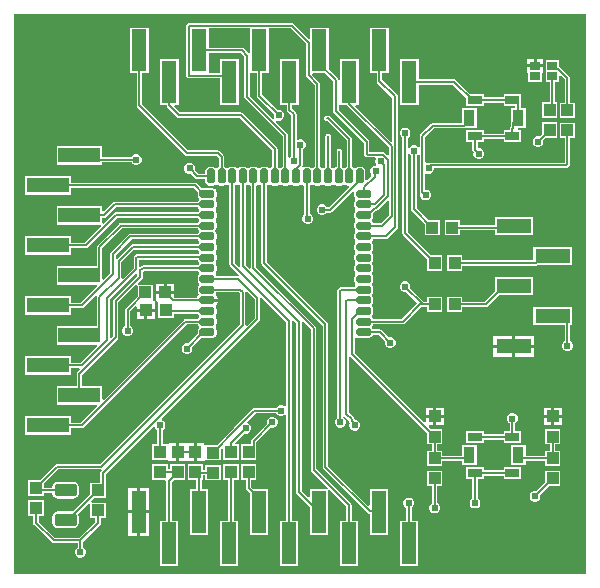
<source format=gtl>
G04*
G04 #@! TF.GenerationSoftware,Altium Limited,Altium Designer,22.9.1 (49)*
G04*
G04 Layer_Physical_Order=1*
G04 Layer_Color=255*
%FSLAX44Y44*%
%MOMM*%
G71*
G04*
G04 #@! TF.SameCoordinates,C56BC410-7C05-4C87-A6CA-29577A5DDFC1*
G04*
G04*
G04 #@! TF.FilePolarity,Positive*
G04*
G01*
G75*
%ADD13R,1.2700X3.5600*%
%ADD14R,1.2700X3.5600*%
%ADD15R,0.8500X0.6500*%
%ADD16R,2.9600X1.2700*%
%ADD17R,1.0000X1.0000*%
G04:AMPARAMS|DCode=18|XSize=1.27mm|YSize=0.61mm|CornerRadius=0.1525mm|HoleSize=0mm|Usage=FLASHONLY|Rotation=0.000|XOffset=0mm|YOffset=0mm|HoleType=Round|Shape=RoundedRectangle|*
%AMROUNDEDRECTD18*
21,1,1.2700,0.3050,0,0,0.0*
21,1,0.9650,0.6100,0,0,0.0*
1,1,0.3050,0.4825,-0.1525*
1,1,0.3050,-0.4825,-0.1525*
1,1,0.3050,-0.4825,0.1525*
1,1,0.3050,0.4825,0.1525*
%
%ADD18ROUNDEDRECTD18*%
G04:AMPARAMS|DCode=19|XSize=1.27mm|YSize=0.61mm|CornerRadius=0.1525mm|HoleSize=0mm|Usage=FLASHONLY|Rotation=90.000|XOffset=0mm|YOffset=0mm|HoleType=Round|Shape=RoundedRectangle|*
%AMROUNDEDRECTD19*
21,1,1.2700,0.3050,0,0,90.0*
21,1,0.9650,0.6100,0,0,90.0*
1,1,0.3050,0.1525,0.4825*
1,1,0.3050,0.1525,-0.4825*
1,1,0.3050,-0.1525,-0.4825*
1,1,0.3050,-0.1525,0.4825*
%
%ADD19ROUNDEDRECTD19*%
%ADD20R,1.0000X1.0000*%
G04:AMPARAMS|DCode=21|XSize=1.1mm|YSize=1.9mm|CornerRadius=0.275mm|HoleSize=0mm|Usage=FLASHONLY|Rotation=270.000|XOffset=0mm|YOffset=0mm|HoleType=Round|Shape=RoundedRectangle|*
%AMROUNDEDRECTD21*
21,1,1.1000,1.3500,0,0,270.0*
21,1,0.5500,1.9000,0,0,270.0*
1,1,0.5500,-0.6750,-0.2750*
1,1,0.5500,-0.6750,0.2750*
1,1,0.5500,0.6750,0.2750*
1,1,0.5500,0.6750,-0.2750*
%
%ADD21ROUNDEDRECTD21*%
%ADD22R,0.9500X1.4000*%
%ADD23R,1.1500X0.7500*%
%ADD24R,3.5600X1.2700*%
%ADD25R,3.5600X1.2700*%
%ADD40C,0.1524*%
%ADD41C,0.6096*%
G36*
X810856Y621643D02*
X326643D01*
Y1095856D01*
X810856D01*
Y621643D01*
D02*
G37*
%LPC*%
G36*
X774540Y1057540D02*
X769020D01*
Y1053020D01*
X774540D01*
Y1057540D01*
D02*
G37*
G36*
X766480D02*
X760960D01*
Y1053020D01*
X766480D01*
Y1057540D01*
D02*
G37*
G36*
X774540Y1050480D02*
X767750D01*
X760960D01*
Y1045960D01*
X761976D01*
Y1038476D01*
X773524D01*
Y1045960D01*
X774540D01*
Y1050480D01*
D02*
G37*
G36*
X788024Y1056524D02*
X776476D01*
Y1046976D01*
Y1038476D01*
X779919D01*
Y1021024D01*
X773476D01*
Y1007976D01*
X786524D01*
Y1021024D01*
X784581D01*
Y1038476D01*
X788024D01*
Y1043253D01*
X789197Y1043739D01*
X792635Y1040302D01*
Y1020837D01*
X788442D01*
Y1007789D01*
X801490D01*
Y1020837D01*
X797296D01*
Y1041267D01*
X797119Y1042159D01*
X796614Y1042915D01*
X788619Y1050910D01*
X788024Y1051307D01*
Y1056524D01*
D02*
G37*
G36*
X668974Y1057624D02*
X653226D01*
Y1018976D01*
X668974D01*
Y1035969D01*
X698234D01*
X709476Y1024728D01*
Y1017476D01*
X724024D01*
Y1020419D01*
X740976D01*
Y1017476D01*
X750919D01*
Y1016024D01*
X746976D01*
Y1003737D01*
X746931Y1003512D01*
Y1000264D01*
X746602Y999934D01*
X746097Y999178D01*
X745919Y998286D01*
Y997524D01*
X740976D01*
Y994581D01*
X724024D01*
Y997524D01*
X709476D01*
Y986976D01*
X714419D01*
Y980750D01*
X714596Y979858D01*
X715102Y979102D01*
X715535Y978669D01*
X715428Y978409D01*
Y976591D01*
X716124Y974910D01*
X717410Y973624D01*
X719091Y972928D01*
X720909D01*
X722590Y973624D01*
X723876Y974910D01*
X724572Y976591D01*
Y978409D01*
X723876Y980090D01*
X722590Y981376D01*
X720909Y982072D01*
X719091D01*
X719081Y982079D01*
Y986976D01*
X724024D01*
Y989919D01*
X740976D01*
Y986976D01*
X755524D01*
Y997524D01*
X753417D01*
X753276Y997609D01*
X752693Y998794D01*
X752834Y998976D01*
X759524D01*
Y1016024D01*
X755581D01*
Y1019750D01*
X755524Y1020036D01*
Y1028024D01*
X740976D01*
Y1025081D01*
X724024D01*
Y1028024D01*
X712772D01*
X700848Y1039948D01*
X700091Y1040453D01*
X699200Y1040631D01*
X668974D01*
Y1057624D01*
D02*
G37*
G36*
X786524Y1004024D02*
X773476D01*
Y994272D01*
X771220Y992017D01*
X770961Y992124D01*
X769142D01*
X767462Y991428D01*
X766176Y990142D01*
X765480Y988461D01*
Y986643D01*
X766176Y984962D01*
X767462Y983676D01*
X769142Y982980D01*
X770961D01*
X772642Y983676D01*
X773928Y984962D01*
X774624Y986643D01*
Y988461D01*
X774517Y988720D01*
X776772Y990976D01*
X786524D01*
Y1004024D01*
D02*
G37*
G36*
X718024Y1016024D02*
X705476D01*
Y1003593D01*
X681262D01*
X680370Y1003416D01*
X679614Y1002910D01*
X670552Y993848D01*
X670047Y993092D01*
X669870Y992200D01*
Y983257D01*
X668600Y982866D01*
X667590Y983876D01*
X665909Y984572D01*
X664090D01*
X662410Y983876D01*
X661124Y982590D01*
X661101Y982533D01*
X659831Y982786D01*
Y991016D01*
X660090Y991124D01*
X661376Y992410D01*
X662072Y994090D01*
Y995909D01*
X661376Y997590D01*
X660090Y998876D01*
X658409Y999572D01*
X656590D01*
X654910Y998876D01*
X653624Y997590D01*
X652928Y995909D01*
Y994090D01*
X653624Y992410D01*
X654910Y991124D01*
X655169Y991016D01*
Y910000D01*
X655347Y909108D01*
X655852Y908352D01*
X675976Y888228D01*
Y878476D01*
X689024D01*
Y891524D01*
X679272D01*
X659831Y910966D01*
Y977214D01*
X661101Y977467D01*
X661124Y977410D01*
X662410Y976124D01*
X662669Y976017D01*
Y930500D01*
X662847Y929608D01*
X663352Y928852D01*
X673976Y918228D01*
Y908476D01*
X687024D01*
Y921524D01*
X677272D01*
X667331Y931466D01*
Y976017D01*
X667590Y976124D01*
X668600Y977134D01*
X669870Y976743D01*
Y945300D01*
X670047Y944408D01*
X670537Y943674D01*
X670428Y943409D01*
Y941591D01*
X671124Y939910D01*
X672410Y938624D01*
X674091Y937928D01*
X675909D01*
X677590Y938624D01*
X678876Y939910D01*
X679572Y941591D01*
Y943409D01*
X678876Y945090D01*
X677590Y946376D01*
X675909Y947072D01*
X674531D01*
Y959955D01*
X675801Y960804D01*
X676625Y960462D01*
X678444D01*
X680124Y961158D01*
X681410Y962445D01*
X682106Y964125D01*
Y965204D01*
X794073D01*
X794965Y965381D01*
X795721Y965886D01*
X796614Y966779D01*
X797119Y967535D01*
X797296Y968427D01*
Y990789D01*
X801490D01*
Y1003837D01*
X788442D01*
Y990789D01*
X792635D01*
Y969865D01*
X678427D01*
X677535Y969688D01*
X677413Y969606D01*
X676625D01*
X675801Y969265D01*
X674531Y970114D01*
Y991235D01*
X682228Y998931D01*
X707762D01*
X707987Y998976D01*
X718024D01*
Y1016024D01*
D02*
G37*
G36*
X401024Y983974D02*
X362376D01*
Y968226D01*
X401024D01*
Y970169D01*
X426017D01*
X426124Y969910D01*
X427410Y968624D01*
X429091Y967928D01*
X430909D01*
X432590Y968624D01*
X433876Y969910D01*
X434572Y971591D01*
Y973409D01*
X433876Y975090D01*
X432590Y976376D01*
X430909Y977072D01*
X429091D01*
X427410Y976376D01*
X426124Y975090D01*
X426017Y974831D01*
X401024D01*
Y983974D01*
D02*
G37*
G36*
X561594Y1088181D02*
X474726D01*
X473834Y1088003D01*
X473078Y1087498D01*
X472824Y1087244D01*
X472319Y1086488D01*
X472141Y1085596D01*
Y1043940D01*
X472319Y1043048D01*
X472824Y1042292D01*
X473078Y1042038D01*
X473834Y1041533D01*
X474726Y1041355D01*
X500826D01*
Y1018976D01*
X516574D01*
Y1057624D01*
X500826D01*
Y1046017D01*
X491174D01*
Y1062691D01*
X518211D01*
X521417Y1059484D01*
Y1025652D01*
X521595Y1024760D01*
X522100Y1024004D01*
X553869Y992234D01*
Y966073D01*
X553485Y965997D01*
X552477Y965323D01*
X552464Y965303D01*
X550936D01*
X550923Y965323D01*
X549915Y965997D01*
X549531Y966073D01*
Y981202D01*
X549353Y982094D01*
X548848Y982850D01*
X519892Y1011806D01*
X519136Y1012311D01*
X518244Y1012489D01*
X467186D01*
X461871Y1017803D01*
X462357Y1018976D01*
X465774D01*
Y1057624D01*
X450026D01*
Y1018976D01*
X455569D01*
Y1018478D01*
X455747Y1017586D01*
X456252Y1016830D01*
X464572Y1008510D01*
X465328Y1008005D01*
X466220Y1007827D01*
X517278D01*
X544869Y980237D01*
Y966073D01*
X544485Y965997D01*
X543477Y965323D01*
X543464Y965304D01*
X541936D01*
X541923Y965323D01*
X540915Y965997D01*
X539725Y966234D01*
X536675D01*
X535485Y965997D01*
X534477Y965323D01*
X534414Y965228D01*
X532886D01*
X532823Y965323D01*
X531814Y965997D01*
X530625Y966234D01*
X527575D01*
X526385Y965997D01*
X525377Y965323D01*
X525364Y965304D01*
X523836D01*
X523823Y965323D01*
X522815Y965997D01*
X521625Y966234D01*
X518575D01*
X517385Y965997D01*
X516377Y965323D01*
X516364Y965303D01*
X514836D01*
X514823Y965323D01*
X513815Y965997D01*
X512625Y966234D01*
X509575D01*
X508385Y965997D01*
X507377Y965323D01*
X507364Y965304D01*
X505836D01*
X505823Y965323D01*
X504815Y965997D01*
X504431Y966073D01*
Y974725D01*
X504253Y975617D01*
X503748Y976373D01*
X500573Y979548D01*
X499817Y980053D01*
X498925Y980231D01*
X474105D01*
X434831Y1019505D01*
Y1045676D01*
X440374D01*
Y1084324D01*
X424626D01*
Y1045676D01*
X430169D01*
Y1018540D01*
X430347Y1017648D01*
X430852Y1016892D01*
X471492Y976252D01*
X472248Y975747D01*
X473140Y975569D01*
X497960D01*
X499769Y973760D01*
Y966073D01*
X499385Y965997D01*
X498377Y965323D01*
X498364Y965303D01*
X496836D01*
X496823Y965323D01*
X495815Y965997D01*
X494625Y966234D01*
X491575D01*
X490385Y965997D01*
X489377Y965323D01*
X488703Y964314D01*
X488466Y963125D01*
Y960631D01*
X482666D01*
X479465Y963831D01*
X479572Y964091D01*
Y965909D01*
X478876Y967590D01*
X477590Y968876D01*
X475909Y969572D01*
X474091D01*
X472410Y968876D01*
X471124Y967590D01*
X470428Y965909D01*
Y964091D01*
X471124Y962410D01*
X472410Y961124D01*
X474091Y960428D01*
X475909D01*
X476169Y960535D01*
X480052Y956652D01*
X480808Y956146D01*
X481700Y955969D01*
X488466D01*
Y953475D01*
X488703Y952285D01*
X489377Y951277D01*
X490385Y950603D01*
X491575Y950366D01*
X494625D01*
X495815Y950603D01*
X496823Y951277D01*
X496836Y951296D01*
X498364D01*
X498377Y951277D01*
X499385Y950603D01*
X500575Y950366D01*
X503625D01*
X504815Y950603D01*
X505823Y951277D01*
X505836Y951296D01*
X507364D01*
X507377Y951277D01*
X508385Y950603D01*
X508769Y950526D01*
Y884122D01*
X508946Y883230D01*
X509452Y882474D01*
X516999Y874927D01*
X516373Y873756D01*
X516000Y873831D01*
X497774D01*
X497697Y874215D01*
X497023Y875223D01*
X497004Y875236D01*
Y876764D01*
X497023Y876777D01*
X497697Y877785D01*
X497934Y878975D01*
Y882025D01*
X497697Y883215D01*
X497023Y884223D01*
X497004Y884236D01*
Y885764D01*
X497023Y885777D01*
X497697Y886785D01*
X497934Y887975D01*
Y891025D01*
X497697Y892215D01*
X497023Y893223D01*
X497004Y893236D01*
Y894764D01*
X497023Y894777D01*
X497697Y895786D01*
X497934Y896975D01*
Y900025D01*
X497697Y901215D01*
X497023Y902223D01*
X497004Y902236D01*
Y903764D01*
X497023Y903777D01*
X497697Y904785D01*
X497934Y905975D01*
Y909025D01*
X497697Y910214D01*
X497023Y911223D01*
X496929Y911286D01*
Y912814D01*
X497023Y912877D01*
X497697Y913885D01*
X497934Y915075D01*
Y918125D01*
X497697Y919315D01*
X497023Y920323D01*
X497004Y920336D01*
Y921864D01*
X497023Y921877D01*
X497697Y922885D01*
X497934Y924075D01*
Y927125D01*
X497697Y928315D01*
X497023Y929323D01*
X497004Y929336D01*
Y930864D01*
X497023Y930877D01*
X497697Y931886D01*
X497934Y933075D01*
Y936125D01*
X497697Y937315D01*
X497023Y938323D01*
X497004Y938336D01*
Y939864D01*
X497023Y939877D01*
X497697Y940885D01*
X497934Y942075D01*
Y945125D01*
X497697Y946314D01*
X497023Y947323D01*
X496015Y947997D01*
X494825Y948234D01*
X485363D01*
X481248Y952348D01*
X480492Y952853D01*
X479600Y953031D01*
X374324D01*
Y958574D01*
X335676D01*
Y942826D01*
X374324D01*
Y948369D01*
X478634D01*
X482066Y944937D01*
Y942075D01*
X482303Y940885D01*
X482977Y939877D01*
X482996Y939864D01*
Y938336D01*
X482977Y938323D01*
X482303Y937315D01*
X482227Y936931D01*
X412100D01*
X411208Y936753D01*
X410452Y936248D01*
X402294Y928090D01*
X401024Y928616D01*
Y933174D01*
X362376D01*
Y917426D01*
X399834D01*
X400360Y916156D01*
X386435Y902231D01*
X374324D01*
Y907774D01*
X335676D01*
Y892026D01*
X374324D01*
Y897569D01*
X387400D01*
X388292Y897747D01*
X389048Y898252D01*
X414065Y923269D01*
X482227D01*
X482303Y922885D01*
X482977Y921877D01*
X482996Y921864D01*
Y920336D01*
X482977Y920323D01*
X482303Y919315D01*
X482227Y918931D01*
X416600D01*
X415708Y918754D01*
X414952Y918248D01*
X397090Y900386D01*
X396585Y899630D01*
X396407Y898738D01*
Y882374D01*
X362376D01*
Y866626D01*
X396254D01*
X396740Y865453D01*
X382717Y851431D01*
X374324D01*
Y856974D01*
X335676D01*
Y841226D01*
X374324D01*
Y846769D01*
X383683D01*
X384575Y846947D01*
X385331Y847452D01*
X395482Y857603D01*
X395601Y857552D01*
X396530Y856855D01*
X396407Y856238D01*
Y831574D01*
X362376D01*
Y815826D01*
X396253D01*
X396739Y814653D01*
X382717Y800631D01*
X374324D01*
Y806174D01*
X335676D01*
Y790426D01*
X374324D01*
Y795969D01*
X381370D01*
X381856Y794796D01*
X380052Y792992D01*
X379547Y792236D01*
X379369Y791344D01*
Y780774D01*
X362376D01*
Y765026D01*
X396253D01*
X396739Y763853D01*
X382717Y749831D01*
X374324D01*
Y755374D01*
X335676D01*
Y739626D01*
X374324D01*
Y745169D01*
X383683D01*
X384575Y745347D01*
X385331Y745852D01*
X472548Y833069D01*
X482227D01*
X482303Y832685D01*
X482977Y831677D01*
X482996Y831664D01*
Y830136D01*
X482977Y830123D01*
X482303Y829115D01*
X482066Y827925D01*
Y825063D01*
X473968Y816965D01*
X473709Y817072D01*
X471890D01*
X470210Y816376D01*
X468924Y815090D01*
X468228Y813409D01*
Y811591D01*
X468924Y809910D01*
X470210Y808624D01*
X471890Y807928D01*
X473709D01*
X475390Y808624D01*
X476676Y809910D01*
X477372Y811591D01*
Y813409D01*
X477265Y813669D01*
X485363Y821767D01*
X494825D01*
X496015Y822003D01*
X497023Y822677D01*
X497697Y823686D01*
X497934Y824875D01*
Y827925D01*
X497697Y829115D01*
X497023Y830123D01*
X497004Y830136D01*
Y831664D01*
X497023Y831677D01*
X497697Y832685D01*
X497934Y833875D01*
Y836925D01*
X497697Y838115D01*
X497023Y839123D01*
X497004Y839136D01*
Y840664D01*
X497023Y840677D01*
X497697Y841685D01*
X497934Y842875D01*
Y845925D01*
X497697Y847115D01*
X497023Y848123D01*
X497707Y848911D01*
X497754Y848943D01*
X497756Y848944D01*
X498654Y850289D01*
X498970Y851875D01*
Y852130D01*
X490000D01*
Y854670D01*
X498970D01*
Y854925D01*
X498654Y856511D01*
X497756Y857856D01*
X497756Y857856D01*
X497729Y857882D01*
X497023Y858777D01*
X497697Y859786D01*
X497774Y860169D01*
X516534D01*
X517669Y859035D01*
Y833465D01*
X399035Y714831D01*
X363000D01*
X362108Y714653D01*
X361352Y714148D01*
X348228Y701024D01*
X338476D01*
Y687976D01*
X351524D01*
Y690169D01*
X358892D01*
Y689750D01*
X359224Y688082D01*
X360168Y686669D01*
X361582Y685724D01*
X363250Y685392D01*
X376750D01*
X378417Y685724D01*
X379831Y686669D01*
X380776Y688082D01*
X381107Y689750D01*
Y695250D01*
X380776Y696918D01*
X379831Y698331D01*
X378417Y699276D01*
X376750Y699608D01*
X363250D01*
X361582Y699276D01*
X360168Y698331D01*
X359224Y696918D01*
X358892Y695250D01*
Y694831D01*
X351524D01*
Y697728D01*
X363965Y710169D01*
X400000D01*
X400042Y710178D01*
X400668Y709007D01*
X400090Y708429D01*
X399585Y707673D01*
X399407Y706781D01*
Y699024D01*
X390976D01*
Y689272D01*
X376311Y674607D01*
X363250D01*
X361582Y674276D01*
X360168Y673331D01*
X359224Y671917D01*
X358892Y670250D01*
Y664750D01*
X359224Y663082D01*
X360168Y661668D01*
X361582Y660724D01*
X363250Y660392D01*
X376750D01*
X378417Y660724D01*
X379831Y661668D01*
X380776Y663082D01*
X381107Y664750D01*
Y670250D01*
X380776Y671917D01*
X380550Y672254D01*
X389706Y681410D01*
X390976Y680884D01*
Y668976D01*
X395169D01*
Y665965D01*
X381535Y652331D01*
X360965D01*
X347331Y665965D01*
Y670976D01*
X351524D01*
Y684024D01*
X338476D01*
Y670976D01*
X342669D01*
Y665000D01*
X342847Y664108D01*
X343352Y663352D01*
X358352Y648352D01*
X359108Y647847D01*
X360000Y647669D01*
X380169D01*
Y643983D01*
X379910Y643876D01*
X378624Y642590D01*
X377928Y640909D01*
Y639091D01*
X378624Y637410D01*
X379910Y636124D01*
X381591Y635428D01*
X383409D01*
X385090Y636124D01*
X386376Y637410D01*
X387072Y639091D01*
Y640909D01*
X386376Y642590D01*
X385090Y643876D01*
X384831Y643983D01*
Y649035D01*
X399148Y663352D01*
X399653Y664108D01*
X399831Y665000D01*
Y668976D01*
X404024D01*
Y682024D01*
X392116D01*
X391590Y683294D01*
X394272Y685976D01*
X404024D01*
Y696513D01*
X404069Y696738D01*
Y705815D01*
X444285Y746032D01*
X445783Y745734D01*
X446124Y744910D01*
X447410Y743624D01*
X447669Y743516D01*
Y731524D01*
X443476D01*
Y718476D01*
X456190D01*
X456524Y718476D01*
X457460Y717669D01*
Y717460D01*
X463730D01*
Y725000D01*
Y732540D01*
X457460D01*
Y732331D01*
X456524Y731524D01*
X456190Y731524D01*
X452331D01*
Y743516D01*
X452590Y743624D01*
X453876Y744910D01*
X454572Y746590D01*
Y748409D01*
X453876Y750089D01*
X452590Y751376D01*
X451766Y751717D01*
X451468Y753215D01*
X534105Y835852D01*
X534610Y836608D01*
X534788Y837500D01*
Y855043D01*
X534714Y855416D01*
X535884Y856042D01*
X556769Y835156D01*
Y763992D01*
X555499Y763466D01*
X555090Y763876D01*
X553409Y764572D01*
X551590D01*
X549910Y763876D01*
X548624Y762590D01*
X548517Y762331D01*
X529957D01*
X529065Y762153D01*
X528309Y761648D01*
X512949Y746289D01*
X512444Y745533D01*
X512371Y745168D01*
X498228Y731024D01*
X488810D01*
X488476Y731024D01*
X487540Y731831D01*
Y732540D01*
X481270D01*
Y725000D01*
Y717460D01*
X487420D01*
X487540Y717460D01*
X488596Y717976D01*
X488810Y717976D01*
X501524D01*
Y727626D01*
X502305Y728259D01*
X503476Y727750D01*
Y718476D01*
X516524D01*
Y731524D01*
X514116D01*
X513590Y732794D01*
X521331Y740535D01*
X521590Y740428D01*
X523409D01*
X525090Y741124D01*
X526376Y742410D01*
X527072Y744090D01*
Y745909D01*
X526376Y747590D01*
X525090Y748876D01*
X524266Y749217D01*
X523968Y750715D01*
X530922Y757669D01*
X548517D01*
X548624Y757410D01*
X549910Y756124D01*
X551590Y755428D01*
X553409D01*
X555090Y756124D01*
X555499Y756534D01*
X556769Y756008D01*
Y666824D01*
X551226D01*
Y628176D01*
X566974D01*
Y666824D01*
X561431D01*
Y835977D01*
X561771Y836247D01*
X562637Y836566D01*
X565169Y834035D01*
Y691200D01*
X565347Y690308D01*
X565852Y689552D01*
X576626Y678778D01*
Y654876D01*
X592374D01*
Y692533D01*
X593644Y693059D01*
X607569Y679134D01*
Y666824D01*
X602026D01*
Y628176D01*
X617774D01*
Y666824D01*
X612231D01*
Y680100D01*
X612054Y680992D01*
X611548Y681748D01*
X582331Y710965D01*
Y830000D01*
X582153Y830892D01*
X581648Y831648D01*
X531431Y881866D01*
Y950526D01*
X531814Y950603D01*
X532823Y951277D01*
X532886Y951371D01*
X534414D01*
X534477Y951277D01*
X535485Y950603D01*
X535869Y950526D01*
Y884708D01*
X536047Y883816D01*
X536552Y883060D01*
X587669Y831943D01*
Y712500D01*
X587846Y711608D01*
X588352Y710852D01*
X625909Y673295D01*
X626665Y672790D01*
X627426Y672638D01*
Y654876D01*
X643174D01*
Y693524D01*
X627426D01*
Y680029D01*
X626253Y679543D01*
X592331Y713465D01*
Y832908D01*
X592153Y833800D01*
X591648Y834556D01*
X540531Y885673D01*
Y950526D01*
X540915Y950603D01*
X541923Y951277D01*
X541936Y951296D01*
X543464D01*
X543477Y951277D01*
X544485Y950603D01*
X545675Y950366D01*
X548725D01*
X549915Y950603D01*
X550923Y951277D01*
X550936Y951296D01*
X552464D01*
X552477Y951277D01*
X553485Y950603D01*
X554675Y950366D01*
X557725D01*
X558915Y950603D01*
X559923Y951277D01*
X559936Y951296D01*
X561464D01*
X561477Y951277D01*
X562485Y950603D01*
X563675Y950366D01*
X566725D01*
X567914Y950603D01*
X568923Y951277D01*
X568936Y951296D01*
X570464D01*
X570477Y951277D01*
X571485Y950603D01*
X572269Y950447D01*
Y926235D01*
X571124Y925090D01*
X570428Y923410D01*
Y921591D01*
X571124Y919910D01*
X572410Y918624D01*
X574091Y917928D01*
X575910D01*
X577590Y918624D01*
X578876Y919910D01*
X579572Y921591D01*
Y923410D01*
X578876Y925090D01*
X577590Y926376D01*
X576931Y926649D01*
Y950613D01*
X577923Y951277D01*
X577936Y951296D01*
X579464D01*
X579477Y951277D01*
X580486Y950603D01*
X581675Y950366D01*
X584725D01*
X585915Y950603D01*
X586923Y951277D01*
X586987Y951371D01*
X588514D01*
X588577Y951277D01*
X589585Y950603D01*
X590775Y950366D01*
X593825D01*
X595015Y950603D01*
X596023Y951277D01*
X596036Y951296D01*
X597564D01*
X597577Y951277D01*
X598585Y950603D01*
X599775Y950366D01*
X602825D01*
X604014Y950603D01*
X605023Y951277D01*
X605036Y951296D01*
X606564D01*
X606577Y951277D01*
X607585Y950603D01*
X608775Y950366D01*
X609711D01*
X610197Y949193D01*
X593335Y932331D01*
X591483D01*
X591376Y932590D01*
X590090Y933876D01*
X588409Y934572D01*
X586590D01*
X584910Y933876D01*
X583624Y932590D01*
X582928Y930910D01*
Y929091D01*
X583624Y927410D01*
X584910Y926124D01*
X586590Y925428D01*
X588409D01*
X590090Y926124D01*
X591376Y927410D01*
X591483Y927669D01*
X594301D01*
X595192Y927847D01*
X595949Y928352D01*
X613283Y945687D01*
X614352Y945179D01*
X614466Y945074D01*
Y942075D01*
X614703Y940885D01*
X615377Y939877D01*
X615396Y939864D01*
Y938336D01*
X615377Y938323D01*
X614703Y937315D01*
X614466Y936125D01*
Y933075D01*
X614703Y931886D01*
X615377Y930877D01*
X615397Y930864D01*
Y929336D01*
X615377Y929323D01*
X614703Y928315D01*
X614466Y927125D01*
Y924075D01*
X614703Y922885D01*
X615377Y921877D01*
X615396Y921864D01*
Y920336D01*
X615377Y920323D01*
X614703Y919315D01*
X614466Y918125D01*
Y915075D01*
X614703Y913885D01*
X615377Y912877D01*
X615471Y912814D01*
Y911286D01*
X615377Y911223D01*
X614703Y910214D01*
X614466Y909025D01*
Y905975D01*
X614703Y904785D01*
X615377Y903777D01*
X615396Y903764D01*
Y902236D01*
X615377Y902223D01*
X614703Y901215D01*
X614466Y900025D01*
Y896975D01*
X614703Y895786D01*
X615377Y894777D01*
X615397Y894764D01*
Y893236D01*
X615377Y893223D01*
X614703Y892215D01*
X614466Y891025D01*
Y887975D01*
X614703Y886785D01*
X615377Y885777D01*
X615396Y885764D01*
Y884236D01*
X615377Y884223D01*
X614703Y883215D01*
X614466Y882025D01*
Y878975D01*
X614703Y877785D01*
X615377Y876777D01*
X615397Y876764D01*
Y875236D01*
X615377Y875223D01*
X614703Y874215D01*
X614466Y873025D01*
Y869975D01*
X614703Y868785D01*
X615377Y867777D01*
X615396Y867764D01*
Y866236D01*
X615377Y866223D01*
X614703Y865215D01*
X614627Y864831D01*
X603393D01*
X603392Y864831D01*
X603392Y864831D01*
X602948Y864743D01*
X602501Y864653D01*
X602500Y864653D01*
X602500Y864653D01*
X602120Y864399D01*
X601745Y864148D01*
X601744Y864148D01*
X601744Y864148D01*
X600852Y863255D01*
X600581Y862849D01*
X600347Y862499D01*
X600347Y862499D01*
X600347Y862498D01*
X600257Y862050D01*
X600169Y861607D01*
Y753983D01*
X599910Y753876D01*
X598624Y752590D01*
X597928Y750909D01*
Y749091D01*
X598624Y747410D01*
X599910Y746124D01*
X601591Y745428D01*
X603410D01*
X605090Y746124D01*
X606376Y747410D01*
X607072Y749091D01*
Y750909D01*
X606376Y752590D01*
X605090Y753876D01*
X604931Y753942D01*
X604878Y755157D01*
X605123Y755331D01*
X606101Y755603D01*
X610169Y751535D01*
Y751237D01*
X610347Y750345D01*
X610852Y749589D01*
X610898Y749543D01*
X610428Y748409D01*
Y746591D01*
X611124Y744910D01*
X612410Y743624D01*
X614090Y742928D01*
X615909D01*
X617590Y743624D01*
X618876Y744910D01*
X619572Y746591D01*
Y748409D01*
X618876Y750090D01*
X617590Y751376D01*
X615909Y752072D01*
X614961D01*
X614831Y752202D01*
Y752500D01*
X614654Y753392D01*
X614148Y754148D01*
X609831Y758466D01*
Y805623D01*
X610124Y805833D01*
X611101Y806103D01*
X675976Y741228D01*
Y731476D01*
X680169D01*
Y726024D01*
X675976D01*
Y712976D01*
X689024D01*
Y717169D01*
X705476D01*
Y713976D01*
X718024D01*
Y731024D01*
X705476D01*
Y721831D01*
X689024D01*
Y726024D01*
X684831D01*
Y731476D01*
X689024D01*
Y744524D01*
X679272D01*
X677510Y746286D01*
X677996Y747460D01*
X681230D01*
Y753730D01*
X674960D01*
Y750496D01*
X673787Y750010D01*
X614831Y808966D01*
Y821514D01*
X616101Y822193D01*
X616385Y822003D01*
X617575Y821767D01*
X627225D01*
X628415Y822003D01*
X629423Y822677D01*
X630097Y823686D01*
X630173Y824069D01*
X635134D01*
X640535Y818669D01*
X640428Y818409D01*
Y816591D01*
X641124Y814910D01*
X642410Y813624D01*
X644091Y812928D01*
X645909D01*
X647590Y813624D01*
X648876Y814910D01*
X649572Y816591D01*
Y818409D01*
X648876Y820090D01*
X647590Y821376D01*
X645909Y822072D01*
X644091D01*
X643831Y821965D01*
X637748Y828048D01*
X636992Y828553D01*
X636100Y828731D01*
X630173D01*
X630097Y829115D01*
X629423Y830123D01*
X629404Y830136D01*
Y831664D01*
X629423Y831677D01*
X630097Y832685D01*
X630173Y833069D01*
X655400D01*
X656292Y833247D01*
X657048Y833752D01*
X670965Y847669D01*
X675976D01*
Y843476D01*
X689024D01*
Y856524D01*
X675976D01*
Y852331D01*
X673466D01*
X661965Y863831D01*
X662072Y864091D01*
Y865909D01*
X661376Y867590D01*
X660090Y868876D01*
X658409Y869572D01*
X656591D01*
X654910Y868876D01*
X653624Y867590D01*
X652928Y865909D01*
Y864091D01*
X653624Y862410D01*
X654910Y861124D01*
X656591Y860428D01*
X658409D01*
X658669Y860535D01*
X667954Y851250D01*
X654434Y837731D01*
X630173D01*
X630097Y838115D01*
X629423Y839123D01*
X629403Y839136D01*
Y840664D01*
X629423Y840677D01*
X630097Y841685D01*
X630334Y842875D01*
Y845925D01*
X630097Y847115D01*
X629423Y848123D01*
X629404Y848136D01*
Y849664D01*
X629423Y849677D01*
X630097Y850685D01*
X630334Y851875D01*
Y854925D01*
X630097Y856115D01*
X629423Y857123D01*
X629329Y857186D01*
Y858714D01*
X629423Y858777D01*
X630097Y859786D01*
X630334Y860975D01*
Y864025D01*
X630097Y865215D01*
X629423Y866223D01*
X629404Y866236D01*
Y867764D01*
X629423Y867777D01*
X630097Y868785D01*
X630334Y869975D01*
Y873025D01*
X630097Y874215D01*
X629423Y875223D01*
X629403Y875236D01*
Y876764D01*
X629423Y876777D01*
X630097Y877785D01*
X630334Y878975D01*
Y882025D01*
X630097Y883215D01*
X629423Y884223D01*
X629404Y884236D01*
Y885764D01*
X629423Y885777D01*
X630097Y886785D01*
X630334Y887975D01*
Y891025D01*
X630097Y892215D01*
X629423Y893223D01*
X629403Y893236D01*
Y894764D01*
X629423Y894777D01*
X630097Y895786D01*
X630334Y896975D01*
Y900025D01*
X630097Y901215D01*
X629423Y902223D01*
X629404Y902236D01*
Y903764D01*
X629423Y903777D01*
X630097Y904785D01*
X630173Y905169D01*
X641562D01*
X642454Y905347D01*
X643210Y905852D01*
X650792Y913434D01*
X651298Y914190D01*
X651475Y915082D01*
Y1025924D01*
X651298Y1026816D01*
X650792Y1027572D01*
X638031Y1040333D01*
Y1045676D01*
X643574D01*
Y1084324D01*
X627826D01*
Y1045676D01*
X633369D01*
Y1039368D01*
X633547Y1038476D01*
X634052Y1037720D01*
X646814Y1024959D01*
Y988061D01*
X645640Y987575D01*
X615411Y1017803D01*
X615897Y1018976D01*
X618174D01*
Y1057624D01*
X602426D01*
Y1040222D01*
X601156Y1040097D01*
X601085Y1040452D01*
X600580Y1041208D01*
X592774Y1049014D01*
Y1084324D01*
X577026D01*
Y1075374D01*
X575853Y1074887D01*
X563242Y1087498D01*
X562486Y1088003D01*
X561594Y1088181D01*
D02*
G37*
G36*
X766024Y924074D02*
X733376D01*
Y917331D01*
X704024D01*
Y921524D01*
X690976D01*
Y908476D01*
X704024D01*
Y912669D01*
X733376D01*
Y908326D01*
X766024D01*
Y924074D01*
D02*
G37*
G36*
X798824Y898674D02*
X766176D01*
Y887331D01*
X706024D01*
Y891524D01*
X692976D01*
Y878476D01*
X706024D01*
Y882669D01*
X768250D01*
X769142Y882847D01*
X769260Y882926D01*
X798824D01*
Y898674D01*
D02*
G37*
G36*
X766024Y873274D02*
X733376D01*
Y860822D01*
X724884Y852331D01*
X706024D01*
Y856524D01*
X692976D01*
Y843476D01*
X706024D01*
Y847669D01*
X725850D01*
X726742Y847847D01*
X727498Y848352D01*
X736672Y857526D01*
X766024D01*
Y873274D01*
D02*
G37*
G36*
X767040Y823490D02*
X750970D01*
Y815870D01*
X767040D01*
Y823490D01*
D02*
G37*
G36*
X748430D02*
X732360D01*
Y815870D01*
X748430D01*
Y823490D01*
D02*
G37*
G36*
X798824Y847874D02*
X766176D01*
Y832126D01*
X792669D01*
Y818983D01*
X792410Y818876D01*
X791124Y817590D01*
X790428Y815909D01*
Y814091D01*
X791124Y812410D01*
X792410Y811124D01*
X794091Y810428D01*
X795909D01*
X797590Y811124D01*
X798876Y812410D01*
X799572Y814091D01*
Y815909D01*
X798876Y817590D01*
X797590Y818876D01*
X797331Y818983D01*
Y832126D01*
X798824D01*
Y847874D01*
D02*
G37*
G36*
X767040Y813330D02*
X750970D01*
Y805710D01*
X767040D01*
Y813330D01*
D02*
G37*
G36*
X748430D02*
X732360D01*
Y805710D01*
X748430D01*
Y813330D01*
D02*
G37*
G36*
X790040Y762540D02*
X783770D01*
Y756270D01*
X790040D01*
Y762540D01*
D02*
G37*
G36*
X690040D02*
X683770D01*
Y756270D01*
X690040D01*
Y762540D01*
D02*
G37*
G36*
X781230D02*
X774960D01*
Y756270D01*
X781230D01*
Y762540D01*
D02*
G37*
G36*
X681230D02*
X674960D01*
Y756270D01*
X681230D01*
Y762540D01*
D02*
G37*
G36*
X790040Y753730D02*
X783770D01*
Y747460D01*
X790040D01*
Y753730D01*
D02*
G37*
G36*
X781230D02*
X774960D01*
Y747460D01*
X781230D01*
Y753730D01*
D02*
G37*
G36*
X690040D02*
X683770D01*
Y747460D01*
X690040D01*
Y753730D01*
D02*
G37*
G36*
X545910Y754572D02*
X544091D01*
X542410Y753876D01*
X541124Y752590D01*
X540428Y750909D01*
Y749091D01*
X540536Y748831D01*
X527590Y735886D01*
X527085Y735130D01*
X526908Y734238D01*
Y731524D01*
X518476D01*
Y718476D01*
X531524D01*
Y729012D01*
X531569Y729238D01*
Y733273D01*
X543832Y745535D01*
X544091Y745428D01*
X545910D01*
X547590Y746124D01*
X548876Y747410D01*
X549572Y749091D01*
Y750909D01*
X548876Y752590D01*
X547590Y753876D01*
X545910Y754572D01*
D02*
G37*
G36*
X749159Y757822D02*
X747340D01*
X745660Y757126D01*
X744374Y755840D01*
X743678Y754159D01*
Y752340D01*
X744374Y750660D01*
X745660Y749374D01*
X745919Y749267D01*
Y743024D01*
X740976D01*
Y740081D01*
X724024D01*
Y743024D01*
X709476D01*
Y732476D01*
X724024D01*
Y735419D01*
X740976D01*
Y732476D01*
X755524D01*
Y743024D01*
X750581D01*
Y749267D01*
X750840Y749374D01*
X752126Y750660D01*
X752822Y752340D01*
Y754159D01*
X752126Y755840D01*
X750840Y757126D01*
X749159Y757822D01*
D02*
G37*
G36*
X789024Y744524D02*
X775976D01*
Y731476D01*
X780169D01*
Y726024D01*
X775976D01*
Y721831D01*
X759524D01*
Y731024D01*
X746976D01*
Y713976D01*
X759524D01*
Y717169D01*
X775976D01*
Y712976D01*
X789024D01*
Y726024D01*
X784831D01*
Y731476D01*
X789024D01*
Y744524D01*
D02*
G37*
G36*
X478730Y732540D02*
X466270D01*
Y725000D01*
Y717460D01*
X478730D01*
Y725000D01*
Y732540D01*
D02*
G37*
G36*
X471524Y714524D02*
X458476D01*
Y710229D01*
X456524D01*
Y714524D01*
X443476D01*
Y701476D01*
X454069D01*
X455169Y700500D01*
Y666824D01*
X449626D01*
Y628176D01*
X465374D01*
Y666824D01*
X459831D01*
Y699535D01*
X461772Y701476D01*
X471524D01*
Y714524D01*
D02*
G37*
G36*
X755524Y712524D02*
X740976D01*
Y709581D01*
X724024D01*
Y712524D01*
X709476D01*
Y701976D01*
X714419D01*
Y685733D01*
X714160Y685626D01*
X712874Y684340D01*
X712178Y682659D01*
Y680841D01*
X712874Y679160D01*
X714160Y677874D01*
X715841Y677178D01*
X717659D01*
X719340Y677874D01*
X720626Y679160D01*
X721322Y680841D01*
Y682659D01*
X720626Y684340D01*
X719340Y685626D01*
X719081Y685733D01*
Y701976D01*
X724024D01*
Y704919D01*
X740976D01*
Y701976D01*
X755524D01*
Y712524D01*
D02*
G37*
G36*
X486524Y714524D02*
X473476D01*
Y701476D01*
X480569D01*
Y693524D01*
X475026D01*
Y654876D01*
X490774D01*
Y693524D01*
X485231D01*
Y701476D01*
X486524D01*
Y705170D01*
X488476D01*
Y700976D01*
X501524D01*
Y714024D01*
X488476D01*
Y709831D01*
X486524D01*
Y714524D01*
D02*
G37*
G36*
X789024Y709024D02*
X775976D01*
Y699272D01*
X768669Y691965D01*
X768409Y692072D01*
X766591D01*
X764910Y691376D01*
X763624Y690090D01*
X762928Y688410D01*
Y686591D01*
X763624Y684910D01*
X764910Y683624D01*
X766591Y682928D01*
X768409D01*
X770090Y683624D01*
X771376Y684910D01*
X772072Y686591D01*
Y688410D01*
X771965Y688669D01*
X779272Y695976D01*
X789024D01*
Y709024D01*
D02*
G37*
G36*
X440990Y694540D02*
X433370D01*
Y675470D01*
X440990D01*
Y694540D01*
D02*
G37*
G36*
X430830D02*
X423210D01*
Y675470D01*
X430830D01*
Y694540D01*
D02*
G37*
G36*
X689024Y709024D02*
X675976D01*
Y695976D01*
X680169D01*
Y681483D01*
X679910Y681376D01*
X678624Y680090D01*
X677928Y678409D01*
Y676591D01*
X678624Y674910D01*
X679910Y673624D01*
X681591Y672928D01*
X683410D01*
X685090Y673624D01*
X686376Y674910D01*
X687072Y676591D01*
Y678409D01*
X686376Y680090D01*
X685090Y681376D01*
X684831Y681483D01*
Y695976D01*
X689024D01*
Y709024D01*
D02*
G37*
G36*
X531524Y714524D02*
X518476D01*
Y701476D01*
X522669D01*
Y694350D01*
X522847Y693458D01*
X523352Y692701D01*
X525826Y690227D01*
Y654876D01*
X541574D01*
Y693524D01*
X529122D01*
X527331Y695315D01*
Y701476D01*
X531524D01*
Y714524D01*
D02*
G37*
G36*
X440990Y672930D02*
X433370D01*
Y653860D01*
X440990D01*
Y672930D01*
D02*
G37*
G36*
X430830D02*
X423210D01*
Y653860D01*
X430830D01*
Y672930D01*
D02*
G37*
G36*
X661610Y686372D02*
X659791D01*
X658110Y685676D01*
X656824Y684390D01*
X656128Y682709D01*
Y680890D01*
X656824Y679210D01*
X658110Y677924D01*
X658369Y677816D01*
Y666824D01*
X652826D01*
Y628176D01*
X668574D01*
Y666824D01*
X663031D01*
Y677816D01*
X663290Y677924D01*
X664576Y679210D01*
X665272Y680890D01*
Y682709D01*
X664576Y684390D01*
X663290Y685676D01*
X661610Y686372D01*
D02*
G37*
G36*
X516524Y714524D02*
X503476D01*
Y701476D01*
X507669D01*
Y666824D01*
X500426D01*
Y628176D01*
X516174D01*
Y666824D01*
X512331D01*
Y701476D01*
X516524D01*
Y714524D01*
D02*
G37*
%LPD*%
G36*
X526226Y1063064D02*
X524956Y1062538D01*
X520824Y1066670D01*
X520068Y1067175D01*
X519176Y1067353D01*
X491174D01*
Y1083519D01*
X526226D01*
Y1063064D01*
D02*
G37*
G36*
X531769Y1026476D02*
X531947Y1025584D01*
X532452Y1024828D01*
X546207Y1011072D01*
X546100Y1010813D01*
Y1008995D01*
X546526Y1007966D01*
X545449Y1007247D01*
X526079Y1026617D01*
Y1044467D01*
X526226Y1045676D01*
X531769D01*
Y1026476D01*
D02*
G37*
G36*
X608147Y1018726D02*
X608652Y1017970D01*
X643765Y982857D01*
Y976807D01*
X642592Y976321D01*
X640635Y978278D01*
X639879Y978783D01*
X638987Y978961D01*
X627171D01*
Y987806D01*
X626993Y988698D01*
X626488Y989454D01*
X601263Y1014679D01*
Y1018718D01*
X602426Y1018976D01*
Y1018976D01*
X608097D01*
X608147Y1018726D01*
D02*
G37*
G36*
X573741Y1070407D02*
Y1043940D01*
X573919Y1043048D01*
X574424Y1042292D01*
X580869Y1035846D01*
Y966073D01*
X580486Y965997D01*
X579477Y965323D01*
X579464Y965303D01*
X577936D01*
X577923Y965323D01*
X576915Y965997D01*
X575725Y966234D01*
X572675D01*
X571516Y966003D01*
X571414Y966075D01*
X570618Y966945D01*
X570859Y967306D01*
X571037Y968198D01*
Y981029D01*
X571296Y981136D01*
X572582Y982422D01*
X573278Y984103D01*
Y985921D01*
X572582Y987602D01*
X571296Y988888D01*
X569615Y989584D01*
X567797D01*
X566973Y989243D01*
X565703Y990091D01*
Y1010858D01*
X565525Y1011750D01*
X565020Y1012506D01*
X561831Y1015695D01*
Y1018976D01*
X567374D01*
Y1057624D01*
X551626D01*
Y1018976D01*
X557169D01*
Y1014730D01*
X557347Y1013838D01*
X557852Y1013082D01*
X561041Y1009893D01*
Y975279D01*
X560782Y975172D01*
X559801Y974191D01*
X558531Y974622D01*
Y993200D01*
X558353Y994092D01*
X557848Y994848D01*
X548015Y1004681D01*
X548734Y1005758D01*
X549763Y1005332D01*
X551581D01*
X553262Y1006028D01*
X554548Y1007314D01*
X555244Y1008995D01*
Y1010813D01*
X554548Y1012494D01*
X553262Y1013780D01*
X551581Y1014476D01*
X549763D01*
X549504Y1014369D01*
X536431Y1027441D01*
Y1045676D01*
X541974D01*
Y1083519D01*
X560629D01*
X573741Y1070407D01*
D02*
G37*
G36*
X596601Y1038595D02*
Y1013714D01*
X596779Y1012822D01*
X597284Y1012066D01*
X622509Y986841D01*
Y977523D01*
X622687Y976631D01*
X623192Y975874D01*
X624084Y974982D01*
X624841Y974477D01*
X625733Y974299D01*
X631699D01*
X632547Y973029D01*
X632206Y972205D01*
Y970387D01*
X632902Y968706D01*
X633266Y968342D01*
X632740Y967072D01*
X631591D01*
X629910Y966376D01*
X628624Y965090D01*
X627928Y963409D01*
Y961591D01*
X628624Y959910D01*
X628477Y958309D01*
X625107Y954939D01*
X623934Y955425D01*
Y963125D01*
X623697Y964314D01*
X623023Y965323D01*
X622015Y965997D01*
X620825Y966234D01*
X617775D01*
X616586Y965997D01*
X615577Y965323D01*
X615564Y965303D01*
X614036D01*
X614023Y965323D01*
X613015Y965997D01*
X612631Y966073D01*
Y989700D01*
X612453Y990592D01*
X611948Y991348D01*
X594148Y1009148D01*
X593392Y1009653D01*
X592500Y1009831D01*
X591263D01*
X590371Y1009653D01*
X589615Y1009148D01*
X589109Y1008392D01*
X588932Y1007500D01*
X589109Y1006608D01*
X589615Y1005852D01*
X590371Y1005347D01*
X591263Y1005169D01*
X591535D01*
X607969Y988734D01*
Y966073D01*
X607585Y965997D01*
X606577Y965323D01*
X606564Y965303D01*
X605273D01*
X604230Y966240D01*
Y979400D01*
X604053Y980292D01*
X603548Y981048D01*
X602792Y981553D01*
X601900Y981731D01*
X601008Y981553D01*
X600252Y981048D01*
X599746Y980292D01*
X599569Y979400D01*
Y966193D01*
X598585Y965997D01*
X597577Y965323D01*
X597564Y965304D01*
X596036D01*
X596023Y965323D01*
X595015Y965997D01*
X594731Y966053D01*
Y992400D01*
X594553Y993292D01*
X594048Y994048D01*
X593292Y994553D01*
X592400Y994731D01*
X591508Y994553D01*
X590752Y994048D01*
X590247Y993292D01*
X590069Y992400D01*
Y966093D01*
X589585Y965997D01*
X588577Y965323D01*
X588514Y965229D01*
X586987D01*
X586923Y965323D01*
X585915Y965997D01*
X585531Y966073D01*
Y1036812D01*
X585354Y1037704D01*
X584848Y1038460D01*
X578902Y1044406D01*
X579428Y1045676D01*
X589520D01*
X596601Y1038595D01*
D02*
G37*
G36*
X643765Y937275D02*
Y925487D01*
X637210Y918931D01*
X630173D01*
X630097Y919315D01*
X629423Y920323D01*
X629404Y920336D01*
Y921864D01*
X629423Y921877D01*
X630097Y922885D01*
X630334Y924075D01*
Y926937D01*
X632618Y929221D01*
X633087D01*
X633979Y929399D01*
X634735Y929904D01*
X642592Y937761D01*
X643765Y937275D01*
D02*
G37*
G36*
X482303Y931886D02*
X482977Y930877D01*
X482997Y930864D01*
Y929336D01*
X482977Y929323D01*
X482303Y928315D01*
X482227Y927931D01*
X413100D01*
X412208Y927753D01*
X411452Y927248D01*
X402294Y918090D01*
X401024Y918616D01*
Y922969D01*
X402800D01*
X403692Y923147D01*
X404448Y923652D01*
X413066Y932269D01*
X482227D01*
X482303Y931886D01*
D02*
G37*
G36*
Y895786D02*
X482977Y894777D01*
X482997Y894764D01*
Y893346D01*
X482116Y892331D01*
X430893D01*
X430892Y892331D01*
X430892Y892331D01*
X430448Y892243D01*
X430001Y892154D01*
X430000Y892153D01*
X430000Y892153D01*
X429620Y891899D01*
X429245Y891648D01*
X429244Y891648D01*
X429244Y891648D01*
X428352Y890755D01*
X428081Y890350D01*
X427847Y889999D01*
X427847Y889999D01*
X427846Y889998D01*
X427757Y889550D01*
X427669Y889107D01*
Y880965D01*
X418482Y871778D01*
X417312Y872404D01*
X417331Y872500D01*
Y885642D01*
X427858Y896169D01*
X482227D01*
X482303Y895786D01*
D02*
G37*
G36*
Y904785D02*
X482977Y903777D01*
X482996Y903764D01*
Y902236D01*
X482977Y902223D01*
X482303Y901215D01*
X482227Y900831D01*
X426893D01*
X426001Y900654D01*
X425245Y900148D01*
X413601Y888505D01*
X412623Y888776D01*
X412331Y888985D01*
Y891535D01*
X425965Y905169D01*
X482227D01*
X482303Y904785D01*
D02*
G37*
G36*
X516377Y951277D02*
X517385Y950603D01*
X517769Y950526D01*
Y882545D01*
X517430Y882275D01*
X516563Y881955D01*
X513431Y885088D01*
Y950526D01*
X513815Y950603D01*
X514823Y951277D01*
X514836Y951296D01*
X516364D01*
X516377Y951277D01*
D02*
G37*
G36*
X482303Y886785D02*
X482977Y885777D01*
X482996Y885764D01*
Y884236D01*
X482977Y884223D01*
X482303Y883215D01*
X482236Y882879D01*
X435548D01*
X434656Y882701D01*
X433900Y882196D01*
X433628Y881924D01*
X433601Y881919D01*
X433445Y881935D01*
X432489Y882626D01*
X432331Y882857D01*
Y887670D01*
X482127D01*
X482303Y886785D01*
D02*
G37*
G36*
X525377Y951277D02*
X526385Y950603D01*
X526769Y950526D01*
Y880900D01*
X526788Y880804D01*
X525618Y880179D01*
X522431Y883365D01*
Y950526D01*
X522815Y950603D01*
X523823Y951277D01*
X523836Y951296D01*
X525364D01*
X525377Y951277D01*
D02*
G37*
G36*
X482303Y913885D02*
X482977Y912877D01*
X483071Y912814D01*
Y911286D01*
X482977Y911223D01*
X482303Y910214D01*
X482227Y909831D01*
X425000D01*
X424108Y909653D01*
X423352Y909148D01*
X408352Y894148D01*
X407847Y893392D01*
X407669Y892500D01*
Y876383D01*
X402197Y870911D01*
X401024Y871397D01*
Y879864D01*
X401069Y880088D01*
Y897772D01*
X417566Y914269D01*
X482227D01*
X482303Y913885D01*
D02*
G37*
G36*
Y877785D02*
X482977Y876777D01*
X482997Y876764D01*
Y875236D01*
X482977Y875223D01*
X482303Y874215D01*
X482066Y873025D01*
Y869975D01*
X482303Y868785D01*
X482977Y867777D01*
X482996Y867764D01*
Y866236D01*
X482977Y866223D01*
X482303Y865215D01*
X482066Y864025D01*
Y860975D01*
X482303Y859786D01*
X482977Y858777D01*
X482271Y857882D01*
X482244Y857856D01*
X482244Y857856D01*
X481346Y856511D01*
X481191Y855731D01*
X462065D01*
X462040Y855756D01*
Y858730D01*
X454500D01*
X446960D01*
Y852460D01*
X447669D01*
X448476Y851524D01*
Y838476D01*
X461524D01*
Y842069D01*
X482227D01*
X482303Y841685D01*
X482977Y840677D01*
X482997Y840664D01*
Y839136D01*
X482977Y839123D01*
X482303Y838115D01*
X482227Y837731D01*
X471582D01*
X470690Y837553D01*
X469934Y837048D01*
X402197Y769311D01*
X401024Y769797D01*
Y780774D01*
X384031D01*
Y790379D01*
X414148Y820496D01*
X414653Y821252D01*
X414831Y822144D01*
Y851535D01*
X429706Y866409D01*
X430976Y865883D01*
X430976Y865519D01*
Y856772D01*
X420852Y846648D01*
X420347Y845892D01*
X420169Y845000D01*
Y831483D01*
X419910Y831376D01*
X418624Y830090D01*
X417928Y828409D01*
Y826591D01*
X418624Y824910D01*
X419910Y823624D01*
X421591Y822928D01*
X423409D01*
X425090Y823624D01*
X426376Y824910D01*
X427072Y826591D01*
Y828409D01*
X426376Y830090D01*
X425090Y831376D01*
X424831Y831483D01*
Y844035D01*
X429287Y848491D01*
X430460Y848005D01*
Y846270D01*
X445540D01*
Y852540D01*
X444831D01*
X444024Y853476D01*
Y866524D01*
X431995D01*
X431616Y866524D01*
X431090Y867794D01*
X434696Y871400D01*
X435201Y872156D01*
X435379Y873048D01*
Y877468D01*
X435547Y877502D01*
X436304Y878007D01*
X436513Y878217D01*
X482217D01*
X482303Y877785D01*
D02*
G37*
G36*
X530126Y854078D02*
Y838465D01*
X523493Y831832D01*
X522322Y832458D01*
X522331Y832500D01*
Y860000D01*
X522312Y860096D01*
X523482Y860722D01*
X530126Y854078D01*
D02*
G37*
G36*
X430717Y875761D02*
Y874013D01*
X410852Y854148D01*
X410347Y853392D01*
X410169Y852500D01*
Y823110D01*
X408504Y821444D01*
X407331Y821930D01*
Y854035D01*
X429544Y876247D01*
X430717Y875761D01*
D02*
G37*
G36*
X577669Y829035D02*
Y710000D01*
X577846Y709108D01*
X578352Y708352D01*
X591910Y694794D01*
X591384Y693524D01*
X576626D01*
Y687029D01*
X575453Y686543D01*
X569831Y692166D01*
Y835000D01*
X569812Y835096D01*
X570982Y835722D01*
X577669Y829035D01*
D02*
G37*
%LPC*%
G36*
X462040Y867540D02*
X455770D01*
Y861270D01*
X462040D01*
Y867540D01*
D02*
G37*
G36*
X453230D02*
X446960D01*
Y861270D01*
X453230D01*
Y867540D01*
D02*
G37*
G36*
X445540Y843730D02*
X439270D01*
Y837460D01*
X445540D01*
Y843730D01*
D02*
G37*
G36*
X436730D02*
X430460D01*
Y837460D01*
X436730D01*
Y843730D01*
D02*
G37*
%LPD*%
D13*
X635300Y674200D02*
D03*
X660700Y647500D02*
D03*
X559100D02*
D03*
X609900D02*
D03*
X457500D02*
D03*
X432100Y674200D02*
D03*
X508300Y647500D02*
D03*
X533700Y674200D02*
D03*
X534100Y1065000D02*
D03*
X508700Y1038300D02*
D03*
X432500Y1065000D02*
D03*
X457900Y1038300D02*
D03*
X610300D02*
D03*
X559500D02*
D03*
X661100D02*
D03*
X635700Y1065000D02*
D03*
D14*
X584500Y674200D02*
D03*
X482900D02*
D03*
X483300Y1065000D02*
D03*
X584900D02*
D03*
D15*
X767750Y1051750D02*
D03*
Y1043250D02*
D03*
X782250D02*
D03*
Y1051750D02*
D03*
D16*
X749700Y814600D02*
D03*
X782500Y840000D02*
D03*
X749700Y916200D02*
D03*
X782500Y890800D02*
D03*
X749700Y865400D02*
D03*
D17*
X465000Y725000D02*
D03*
X480000D02*
D03*
X682500Y755000D02*
D03*
X782500D02*
D03*
X510000Y725000D02*
D03*
Y708000D02*
D03*
X397500Y692500D02*
D03*
Y675500D02*
D03*
X525000Y725000D02*
D03*
Y708000D02*
D03*
X682500Y738000D02*
D03*
X782500D02*
D03*
X345000Y694500D02*
D03*
Y677500D02*
D03*
X782500Y719500D02*
D03*
Y702500D02*
D03*
X682500Y719500D02*
D03*
Y702500D02*
D03*
X465000Y708000D02*
D03*
X480000D02*
D03*
X450000Y725000D02*
D03*
Y708000D02*
D03*
X495000Y724500D02*
D03*
Y707500D02*
D03*
X794966Y1014313D02*
D03*
Y997313D02*
D03*
X780000Y1014500D02*
D03*
Y997500D02*
D03*
D18*
X622400Y943600D02*
D03*
Y934600D02*
D03*
Y925600D02*
D03*
Y907500D02*
D03*
Y880500D02*
D03*
Y889500D02*
D03*
Y898500D02*
D03*
Y916600D02*
D03*
Y871500D02*
D03*
Y862500D02*
D03*
Y853400D02*
D03*
Y844400D02*
D03*
Y835400D02*
D03*
Y826400D02*
D03*
X490000Y943600D02*
D03*
Y934600D02*
D03*
Y925600D02*
D03*
Y907500D02*
D03*
Y880500D02*
D03*
Y889500D02*
D03*
Y898500D02*
D03*
Y916600D02*
D03*
Y871500D02*
D03*
Y862500D02*
D03*
Y853400D02*
D03*
Y844400D02*
D03*
Y835400D02*
D03*
Y826400D02*
D03*
D19*
X574200Y958300D02*
D03*
X583200D02*
D03*
X610300D02*
D03*
X619300D02*
D03*
X601300D02*
D03*
X592300D02*
D03*
X565200D02*
D03*
X556200D02*
D03*
X493100D02*
D03*
X502100D02*
D03*
X529100D02*
D03*
X538200D02*
D03*
X547200D02*
D03*
X520100D02*
D03*
X511100D02*
D03*
D20*
X455000Y845000D02*
D03*
X438000D02*
D03*
X454500Y860000D02*
D03*
X437500D02*
D03*
X682500Y850000D02*
D03*
X699500D02*
D03*
X682500Y885000D02*
D03*
X699500D02*
D03*
X680500Y915000D02*
D03*
X697500D02*
D03*
D21*
X370000Y692500D02*
D03*
Y667500D02*
D03*
D22*
X711750Y722500D02*
D03*
X753250D02*
D03*
X711750Y1007500D02*
D03*
X753250D02*
D03*
D23*
X716750Y707250D02*
D03*
X748250D02*
D03*
Y737750D02*
D03*
X716750D02*
D03*
Y992250D02*
D03*
X748250D02*
D03*
Y1022750D02*
D03*
X716750D02*
D03*
D24*
X355000Y798300D02*
D03*
Y899900D02*
D03*
D25*
Y849100D02*
D03*
X381700Y823700D02*
D03*
X355000Y747500D02*
D03*
X381700Y772900D02*
D03*
Y925300D02*
D03*
Y874500D02*
D03*
Y976100D02*
D03*
X355000Y950700D02*
D03*
D40*
X636100Y826400D02*
X645000Y817500D01*
X612500Y808000D02*
X682500Y738000D01*
X622400Y826400D02*
X636100D01*
X612500Y808000D02*
Y837800D01*
X748250Y737750D02*
Y753250D01*
X699200Y1038300D02*
X714750Y1022750D01*
X716750D01*
X661100Y1038300D02*
X699200D01*
X382500Y640000D02*
Y650000D01*
X397500Y665000D01*
Y675500D01*
X360000Y650000D02*
X382500D01*
X345000Y665000D02*
X360000Y650000D01*
X345000Y665000D02*
Y677500D01*
X397500Y692500D02*
X401738Y696738D01*
X400000Y712500D02*
X520000Y832500D01*
Y860000D01*
X363000Y712500D02*
X400000D01*
X377510Y672511D02*
X397500Y692500D01*
X532457Y837500D02*
Y855043D01*
X401738Y706781D02*
X532457Y837500D01*
X450000Y725000D02*
Y747500D01*
X486700Y826400D02*
X490000D01*
X472800Y812500D02*
X486700Y826400D01*
X422500Y827500D02*
Y845000D01*
X383683Y747500D02*
X471582Y835400D01*
X490000D01*
X355000Y747500D02*
X383683D01*
X422500Y845000D02*
X437500Y860000D01*
X767500Y687500D02*
X782500Y702500D01*
X795000Y815000D02*
Y834412D01*
X782500Y840000D02*
X789412D01*
X795000Y834412D01*
X716750Y980750D02*
X720000Y977500D01*
X665000Y930500D02*
Y980000D01*
X672200Y945300D02*
Y992200D01*
Y945300D02*
X675000Y942500D01*
X665000Y930500D02*
X680500Y915000D01*
X678427Y967534D02*
X794073D01*
X657500Y910000D02*
Y995000D01*
X678409Y965909D02*
Y967516D01*
X678427Y967534D01*
X677534Y965034D02*
X678409Y965909D01*
X794073Y967534D02*
X794966Y968427D01*
X657500Y910000D02*
X682500Y885000D01*
X716750Y980750D02*
Y992250D01*
Y1022750D02*
X748250D01*
X750250D02*
X753250Y1019750D01*
Y1007500D02*
Y1019750D01*
X748250Y1022750D02*
X750250D01*
X749262Y999298D02*
Y1003512D01*
X753250Y1007500D01*
X748250Y998286D02*
X749262Y999298D01*
X748250Y992250D02*
Y998286D01*
X716750Y992250D02*
X748250D01*
X475000Y965000D02*
X481700Y958300D01*
X355000Y950700D02*
X479600D01*
X402800Y925300D02*
X412100Y934600D01*
X486700Y943600D02*
X490000D01*
X412100Y934600D02*
X490000D01*
X479600Y950700D02*
X486700Y943600D01*
X481700Y958300D02*
X493100D01*
X385300Y972500D02*
X430000D01*
X381700Y976100D02*
X385300Y972500D01*
X465000Y725000D02*
X480000D01*
X612500Y751237D02*
X615000Y748737D01*
Y747500D02*
Y748737D01*
X612500Y751237D02*
Y752500D01*
X716750Y681750D02*
Y707250D01*
Y737750D02*
X748250D01*
X716750Y707250D02*
X748250D01*
X682500Y677500D02*
Y702500D01*
X660700Y647500D02*
Y681800D01*
X670000Y850000D02*
X672500D01*
X682500D01*
X657500Y865000D02*
X672500Y850000D01*
X794966Y968427D02*
Y997313D01*
X529239Y734238D02*
X545000Y750000D01*
X529239Y729238D02*
Y734238D01*
X529957Y760000D02*
X552500D01*
X672200Y992200D02*
X681262Y1001262D01*
X707762D02*
X711750Y1005250D01*
X681262Y1001262D02*
X707762D01*
X711750Y1005250D02*
Y1007500D01*
X517500Y862500D02*
X520000Y860000D01*
X490000Y862500D02*
X517500D01*
X345000Y694500D02*
X363000Y712500D01*
X516000Y871500D02*
X532457Y855043D01*
X490000Y871500D02*
X516000D01*
X401738Y696738D02*
Y706781D01*
X619100Y844400D02*
X622400D01*
X612500Y837800D02*
X619100Y844400D01*
X622400Y948936D02*
X631625Y958161D01*
Y961625D01*
X622400Y943600D02*
Y948936D01*
X631625Y961625D02*
X632500Y962500D01*
X643048Y941513D02*
Y972569D01*
X646096Y924521D02*
Y983822D01*
X638987Y976630D02*
X643048Y972569D01*
X636778Y971296D02*
X640000Y968074D01*
X641562Y907500D02*
X649144Y915082D01*
X640000Y942775D02*
Y968074D01*
X631825Y934600D02*
X640000Y942775D01*
X638175Y916600D02*
X646096Y924521D01*
X649144Y915082D02*
Y1025924D01*
X633087Y931552D02*
X643048Y941513D01*
X625733Y976630D02*
X638987D01*
X624840Y977523D02*
X625733Y976630D01*
X622400Y934600D02*
X631825D01*
X624840Y977523D02*
Y987806D01*
X594301Y930000D02*
X619300Y955000D01*
X587500Y930000D02*
X594301D01*
X590000Y712500D02*
Y832908D01*
X538200Y884708D02*
X590000Y832908D01*
Y712500D02*
X627557Y674943D01*
X580000Y710000D02*
X609900Y680100D01*
X580000Y710000D02*
Y830000D01*
X529100Y880900D02*
X580000Y830000D01*
X538200Y884708D02*
Y958300D01*
X483300Y1065022D02*
X519176D01*
X474726Y1043686D02*
X508700D01*
X770052Y987552D02*
X780000Y997500D01*
X568706Y968198D02*
Y985012D01*
X565200Y964692D02*
X568706Y968198D01*
X565200Y958300D02*
Y964692D01*
X381700Y772900D02*
Y791344D01*
X412500Y822144D01*
Y852500D01*
X433048Y873048D01*
Y878762D01*
X433941Y879655D01*
X434655D01*
X435548Y880548D01*
X489952D01*
X490000Y880500D01*
X355000Y798300D02*
X383683D01*
X405000Y819617D01*
Y855000D01*
X430000Y880000D01*
Y889107D01*
X430893Y890000D01*
X489500D01*
X490000Y889500D01*
X381700Y823700D02*
X393150D01*
X398738Y829288D01*
Y856238D01*
X415000Y872500D01*
Y886607D01*
X426893Y898500D01*
X490000D01*
X355000Y849100D02*
X383683D01*
X410000Y875417D01*
Y892500D01*
X425000Y907500D01*
X490000D01*
X381700Y874500D02*
X393150D01*
X398738Y880088D01*
Y898738D01*
X416600Y916600D01*
X490000D01*
X355000Y899900D02*
X387400D01*
X413100Y925600D01*
X490000D01*
X381700Y925300D02*
X402800D01*
X511100Y884122D02*
Y958300D01*
Y884122D02*
X559100Y836122D01*
Y647500D02*
Y836122D01*
X520100Y882400D02*
Y958300D01*
Y882400D02*
X567500Y835000D01*
Y691200D02*
Y835000D01*
Y691200D02*
X584500Y674200D01*
X529100Y880900D02*
Y958300D01*
X609900Y647500D02*
Y680100D01*
X627557Y674943D02*
X634557D01*
X635300Y674200D01*
X457900Y1018478D02*
Y1038300D01*
Y1018478D02*
X466220Y1010158D01*
X518244D01*
X547200Y981202D01*
Y958300D02*
Y981202D01*
X483300Y1065000D02*
Y1065022D01*
X519176D02*
X523748Y1060450D01*
Y1025652D02*
Y1060450D01*
Y1025652D02*
X556200Y993200D01*
Y958300D02*
Y993200D01*
X508700Y1038300D02*
Y1043686D01*
X474472Y1043940D02*
X474726Y1043686D01*
X474472Y1043940D02*
Y1085596D01*
X474726Y1085850D01*
X561594D01*
X576072Y1071372D01*
Y1043940D02*
Y1071372D01*
Y1043940D02*
X583200Y1036812D01*
Y958300D02*
Y1036812D01*
X610300Y958300D02*
Y989700D01*
X592500Y1007500D02*
X610300Y989700D01*
X591263Y1007500D02*
X592500D01*
X534100Y1026476D02*
X550672Y1009904D01*
X534100Y1026476D02*
Y1065000D01*
X559500Y1014730D02*
Y1038300D01*
Y1014730D02*
X563372Y1010858D01*
Y971296D02*
Y1010858D01*
X584900Y1053592D02*
Y1065000D01*
Y1053592D02*
X598932Y1039560D01*
Y1013714D02*
Y1039560D01*
Y1013714D02*
X624840Y987806D01*
X631652Y931552D02*
X633087D01*
X625700Y925600D02*
X631652Y931552D01*
X622400Y925600D02*
X625700D01*
X622400Y916600D02*
X638175D01*
X610300Y1019618D02*
X646096Y983822D01*
X610300Y1019618D02*
Y1038300D01*
X622400Y907500D02*
X641562D01*
X635700Y1039368D02*
X649144Y1025924D01*
X635700Y1039368D02*
Y1065000D01*
X482900Y674200D02*
Y705100D01*
X480500Y707500D02*
X482900Y705100D01*
X480000Y708000D02*
X480500Y707500D01*
X495000D01*
X450000Y708000D02*
X450102Y707898D01*
X464898D01*
X465000Y708000D01*
X457500Y700500D02*
X464898Y707898D01*
X457500Y647500D02*
Y700500D01*
X753250Y722500D02*
X756250Y719500D01*
X782500D01*
Y738000D01*
X345000Y694500D02*
X347000Y692500D01*
X370000D01*
Y667500D02*
X372924D01*
X377510Y672086D01*
Y672511D01*
X682500Y719500D02*
Y738000D01*
Y719500D02*
X708750D01*
X711750Y722500D01*
X525000Y725000D02*
X529239Y729238D01*
X602500Y750000D02*
Y861607D01*
X603393Y862500D01*
X622400D01*
X510000Y725000D02*
Y732500D01*
X522500Y745000D01*
X607500Y757500D02*
X612500Y752500D01*
X607500Y757500D02*
Y852500D01*
X608400Y853400D01*
X622400D01*
X495000Y724500D02*
X514597Y744098D01*
Y744641D01*
X529957Y760000D01*
X574600Y922900D02*
X575000Y922500D01*
X574600Y922900D02*
Y957900D01*
X574200Y958300D02*
X574600Y957900D01*
X619300Y955000D02*
Y958300D01*
X601900Y958900D02*
Y979400D01*
X601300Y958300D02*
X601900Y958900D01*
X592400Y958400D02*
Y992400D01*
X592300Y958300D02*
X592400Y958400D01*
X699500Y850000D02*
X725850D01*
X741250Y865400D01*
X749700D01*
X699500Y885000D02*
X768250D01*
X774050Y890800D01*
X782500D01*
X697500Y915000D02*
X748500D01*
X749700Y916200D01*
X508300Y647500D02*
X510000Y649200D01*
Y708000D01*
X525000Y694350D02*
Y708000D01*
Y694350D02*
X533700Y685650D01*
Y674200D02*
Y685650D01*
X455000Y845000D02*
X455600Y844400D01*
X490000D01*
X454500Y860000D02*
X461100Y853400D01*
X490000D01*
X782250Y1051750D02*
X784738Y1049262D01*
X786971D01*
X794966Y1041267D01*
Y1014313D02*
Y1041267D01*
X432500Y1018540D02*
Y1065000D01*
Y1018540D02*
X473140Y977900D01*
X498925D01*
X502100Y974725D01*
Y958300D02*
Y974725D01*
X622400Y835400D02*
X655400D01*
X670000Y850000D01*
X780000Y1014500D02*
X782250Y1016750D01*
Y1043250D01*
D41*
X645000Y817500D02*
D03*
X748250Y753250D02*
D03*
X382500Y640000D02*
D03*
X472800Y812500D02*
D03*
X450000Y747500D02*
D03*
X422500Y827500D02*
D03*
X767500Y687500D02*
D03*
X795000Y815000D02*
D03*
X720000Y977500D02*
D03*
X475000Y965000D02*
D03*
X430000Y972500D02*
D03*
X615000Y747500D02*
D03*
X716750Y681750D02*
D03*
X682500Y677500D02*
D03*
X660700Y681800D02*
D03*
X657500Y865000D02*
D03*
X675000Y942500D02*
D03*
X552500Y760000D02*
D03*
X545000Y750000D02*
D03*
X632500Y962500D02*
D03*
X636778Y971296D02*
D03*
X677534Y965034D02*
D03*
X770052Y987552D02*
D03*
X568706Y985012D02*
D03*
X550672Y1009904D02*
D03*
X563372Y971296D02*
D03*
X602500Y750000D02*
D03*
X522500Y745000D02*
D03*
X575000Y922500D02*
D03*
X587500Y930000D02*
D03*
X665000Y980000D02*
D03*
X657500Y995000D02*
D03*
M02*

</source>
